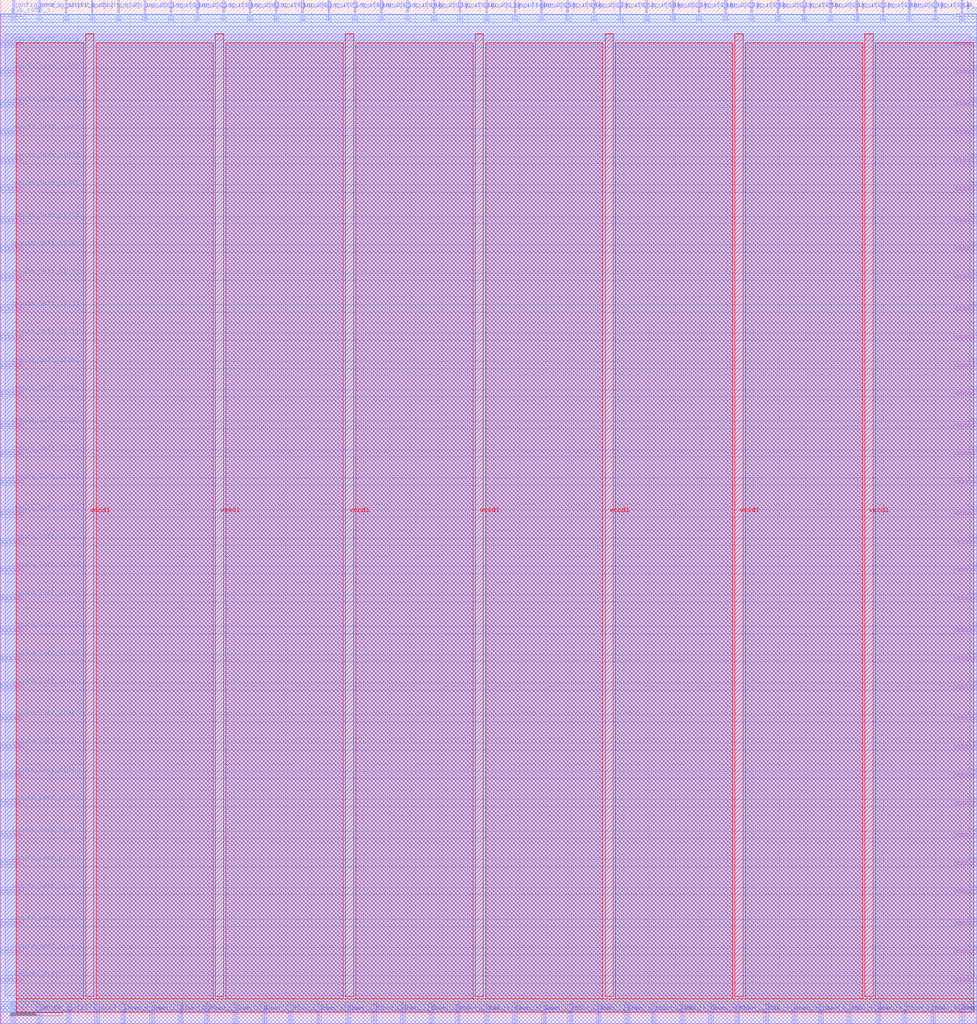
<source format=lef>
VERSION 5.7 ;
  NOWIREEXTENSIONATPIN ON ;
  DIVIDERCHAR "/" ;
  BUSBITCHARS "[]" ;
MACRO fpga_struct_block
  CLASS BLOCK ;
  FOREIGN fpga_struct_block ;
  ORIGIN 0.000 0.000 ;
  SIZE 188.105 BY 197.145 ;
  PIN clk_i
    DIRECTION INPUT ;
    USE SIGNAL ;
    PORT
      LAYER met2 ;
        RECT 185.010 193.145 185.290 197.145 ;
    END
  END clk_i
  PIN config_clk_i
    DIRECTION INPUT ;
    USE SIGNAL ;
    PORT
      LAYER met3 ;
        RECT 184.105 193.840 188.105 194.440 ;
    END
  END config_clk_i
  PIN config_ena_i
    DIRECTION INPUT ;
    USE SIGNAL ;
    PORT
      LAYER met2 ;
        RECT 2.390 193.145 2.670 197.145 ;
    END
  END config_ena_i
  PIN config_shift_i
    DIRECTION INPUT ;
    USE SIGNAL ;
    PORT
      LAYER met2 ;
        RECT 7.450 193.145 7.730 197.145 ;
    END
  END config_shift_i
  PIN config_shift_o
    DIRECTION OUTPUT TRISTATE ;
    USE SIGNAL ;
    PORT
      LAYER met2 ;
        RECT 2.390 0.000 2.670 4.000 ;
    END
  END config_shift_o
  PIN glb_rstn_i
    DIRECTION INPUT ;
    USE SIGNAL ;
    PORT
      LAYER met3 ;
        RECT 0.000 193.840 4.000 194.440 ;
    END
  END glb_rstn_i
  PIN inputs_down_i[0]
    DIRECTION INPUT ;
    USE SIGNAL ;
    PORT
      LAYER met2 ;
        RECT 18.490 0.000 18.770 4.000 ;
    END
  END inputs_down_i[0]
  PIN inputs_down_i[10]
    DIRECTION INPUT ;
    USE SIGNAL ;
    PORT
      LAYER met2 ;
        RECT 71.850 0.000 72.130 4.000 ;
    END
  END inputs_down_i[10]
  PIN inputs_down_i[11]
    DIRECTION INPUT ;
    USE SIGNAL ;
    PORT
      LAYER met2 ;
        RECT 77.370 0.000 77.650 4.000 ;
    END
  END inputs_down_i[11]
  PIN inputs_down_i[12]
    DIRECTION INPUT ;
    USE SIGNAL ;
    PORT
      LAYER met2 ;
        RECT 82.890 0.000 83.170 4.000 ;
    END
  END inputs_down_i[12]
  PIN inputs_down_i[13]
    DIRECTION INPUT ;
    USE SIGNAL ;
    PORT
      LAYER met2 ;
        RECT 87.950 0.000 88.230 4.000 ;
    END
  END inputs_down_i[13]
  PIN inputs_down_i[14]
    DIRECTION INPUT ;
    USE SIGNAL ;
    PORT
      LAYER met2 ;
        RECT 93.470 0.000 93.750 4.000 ;
    END
  END inputs_down_i[14]
  PIN inputs_down_i[15]
    DIRECTION INPUT ;
    USE SIGNAL ;
    PORT
      LAYER met2 ;
        RECT 98.990 0.000 99.270 4.000 ;
    END
  END inputs_down_i[15]
  PIN inputs_down_i[16]
    DIRECTION INPUT ;
    USE SIGNAL ;
    PORT
      LAYER met2 ;
        RECT 104.510 0.000 104.790 4.000 ;
    END
  END inputs_down_i[16]
  PIN inputs_down_i[17]
    DIRECTION INPUT ;
    USE SIGNAL ;
    PORT
      LAYER met2 ;
        RECT 109.570 0.000 109.850 4.000 ;
    END
  END inputs_down_i[17]
  PIN inputs_down_i[18]
    DIRECTION INPUT ;
    USE SIGNAL ;
    PORT
      LAYER met2 ;
        RECT 115.090 0.000 115.370 4.000 ;
    END
  END inputs_down_i[18]
  PIN inputs_down_i[19]
    DIRECTION INPUT ;
    USE SIGNAL ;
    PORT
      LAYER met2 ;
        RECT 120.610 0.000 120.890 4.000 ;
    END
  END inputs_down_i[19]
  PIN inputs_down_i[1]
    DIRECTION INPUT ;
    USE SIGNAL ;
    PORT
      LAYER met2 ;
        RECT 23.550 0.000 23.830 4.000 ;
    END
  END inputs_down_i[1]
  PIN inputs_down_i[20]
    DIRECTION INPUT ;
    USE SIGNAL ;
    PORT
      LAYER met2 ;
        RECT 125.670 0.000 125.950 4.000 ;
    END
  END inputs_down_i[20]
  PIN inputs_down_i[21]
    DIRECTION INPUT ;
    USE SIGNAL ;
    PORT
      LAYER met2 ;
        RECT 131.190 0.000 131.470 4.000 ;
    END
  END inputs_down_i[21]
  PIN inputs_down_i[22]
    DIRECTION INPUT ;
    USE SIGNAL ;
    PORT
      LAYER met2 ;
        RECT 136.710 0.000 136.990 4.000 ;
    END
  END inputs_down_i[22]
  PIN inputs_down_i[23]
    DIRECTION INPUT ;
    USE SIGNAL ;
    PORT
      LAYER met2 ;
        RECT 141.770 0.000 142.050 4.000 ;
    END
  END inputs_down_i[23]
  PIN inputs_down_i[24]
    DIRECTION INPUT ;
    USE SIGNAL ;
    PORT
      LAYER met2 ;
        RECT 147.290 0.000 147.570 4.000 ;
    END
  END inputs_down_i[24]
  PIN inputs_down_i[25]
    DIRECTION INPUT ;
    USE SIGNAL ;
    PORT
      LAYER met2 ;
        RECT 152.810 0.000 153.090 4.000 ;
    END
  END inputs_down_i[25]
  PIN inputs_down_i[26]
    DIRECTION INPUT ;
    USE SIGNAL ;
    PORT
      LAYER met2 ;
        RECT 157.870 0.000 158.150 4.000 ;
    END
  END inputs_down_i[26]
  PIN inputs_down_i[27]
    DIRECTION INPUT ;
    USE SIGNAL ;
    PORT
      LAYER met2 ;
        RECT 163.390 0.000 163.670 4.000 ;
    END
  END inputs_down_i[27]
  PIN inputs_down_i[28]
    DIRECTION INPUT ;
    USE SIGNAL ;
    PORT
      LAYER met2 ;
        RECT 168.910 0.000 169.190 4.000 ;
    END
  END inputs_down_i[28]
  PIN inputs_down_i[29]
    DIRECTION INPUT ;
    USE SIGNAL ;
    PORT
      LAYER met2 ;
        RECT 173.970 0.000 174.250 4.000 ;
    END
  END inputs_down_i[29]
  PIN inputs_down_i[2]
    DIRECTION INPUT ;
    USE SIGNAL ;
    PORT
      LAYER met2 ;
        RECT 29.070 0.000 29.350 4.000 ;
    END
  END inputs_down_i[2]
  PIN inputs_down_i[30]
    DIRECTION INPUT ;
    USE SIGNAL ;
    PORT
      LAYER met2 ;
        RECT 179.490 0.000 179.770 4.000 ;
    END
  END inputs_down_i[30]
  PIN inputs_down_i[31]
    DIRECTION INPUT ;
    USE SIGNAL ;
    PORT
      LAYER met2 ;
        RECT 185.010 0.000 185.290 4.000 ;
    END
  END inputs_down_i[31]
  PIN inputs_down_i[3]
    DIRECTION INPUT ;
    USE SIGNAL ;
    PORT
      LAYER met2 ;
        RECT 34.590 0.000 34.870 4.000 ;
    END
  END inputs_down_i[3]
  PIN inputs_down_i[4]
    DIRECTION INPUT ;
    USE SIGNAL ;
    PORT
      LAYER met2 ;
        RECT 39.650 0.000 39.930 4.000 ;
    END
  END inputs_down_i[4]
  PIN inputs_down_i[5]
    DIRECTION INPUT ;
    USE SIGNAL ;
    PORT
      LAYER met2 ;
        RECT 45.170 0.000 45.450 4.000 ;
    END
  END inputs_down_i[5]
  PIN inputs_down_i[6]
    DIRECTION INPUT ;
    USE SIGNAL ;
    PORT
      LAYER met2 ;
        RECT 50.690 0.000 50.970 4.000 ;
    END
  END inputs_down_i[6]
  PIN inputs_down_i[7]
    DIRECTION INPUT ;
    USE SIGNAL ;
    PORT
      LAYER met2 ;
        RECT 55.750 0.000 56.030 4.000 ;
    END
  END inputs_down_i[7]
  PIN inputs_down_i[8]
    DIRECTION INPUT ;
    USE SIGNAL ;
    PORT
      LAYER met2 ;
        RECT 61.270 0.000 61.550 4.000 ;
    END
  END inputs_down_i[8]
  PIN inputs_down_i[9]
    DIRECTION INPUT ;
    USE SIGNAL ;
    PORT
      LAYER met2 ;
        RECT 66.790 0.000 67.070 4.000 ;
    END
  END inputs_down_i[9]
  PIN inputs_left_i[0]
    DIRECTION INPUT ;
    USE SIGNAL ;
    PORT
      LAYER met3 ;
        RECT 0.000 13.640 4.000 14.240 ;
    END
  END inputs_left_i[0]
  PIN inputs_left_i[10]
    DIRECTION INPUT ;
    USE SIGNAL ;
    PORT
      LAYER met3 ;
        RECT 0.000 70.080 4.000 70.680 ;
    END
  END inputs_left_i[10]
  PIN inputs_left_i[11]
    DIRECTION INPUT ;
    USE SIGNAL ;
    PORT
      LAYER met3 ;
        RECT 0.000 75.520 4.000 76.120 ;
    END
  END inputs_left_i[11]
  PIN inputs_left_i[12]
    DIRECTION INPUT ;
    USE SIGNAL ;
    PORT
      LAYER met3 ;
        RECT 0.000 81.640 4.000 82.240 ;
    END
  END inputs_left_i[12]
  PIN inputs_left_i[13]
    DIRECTION INPUT ;
    USE SIGNAL ;
    PORT
      LAYER met3 ;
        RECT 0.000 87.080 4.000 87.680 ;
    END
  END inputs_left_i[13]
  PIN inputs_left_i[14]
    DIRECTION INPUT ;
    USE SIGNAL ;
    PORT
      LAYER met3 ;
        RECT 0.000 92.520 4.000 93.120 ;
    END
  END inputs_left_i[14]
  PIN inputs_left_i[15]
    DIRECTION INPUT ;
    USE SIGNAL ;
    PORT
      LAYER met3 ;
        RECT 0.000 97.960 4.000 98.560 ;
    END
  END inputs_left_i[15]
  PIN inputs_left_i[16]
    DIRECTION INPUT ;
    USE SIGNAL ;
    PORT
      LAYER met3 ;
        RECT 0.000 104.080 4.000 104.680 ;
    END
  END inputs_left_i[16]
  PIN inputs_left_i[17]
    DIRECTION INPUT ;
    USE SIGNAL ;
    PORT
      LAYER met3 ;
        RECT 0.000 109.520 4.000 110.120 ;
    END
  END inputs_left_i[17]
  PIN inputs_left_i[18]
    DIRECTION INPUT ;
    USE SIGNAL ;
    PORT
      LAYER met3 ;
        RECT 0.000 114.960 4.000 115.560 ;
    END
  END inputs_left_i[18]
  PIN inputs_left_i[19]
    DIRECTION INPUT ;
    USE SIGNAL ;
    PORT
      LAYER met3 ;
        RECT 0.000 121.080 4.000 121.680 ;
    END
  END inputs_left_i[19]
  PIN inputs_left_i[1]
    DIRECTION INPUT ;
    USE SIGNAL ;
    PORT
      LAYER met3 ;
        RECT 0.000 19.080 4.000 19.680 ;
    END
  END inputs_left_i[1]
  PIN inputs_left_i[20]
    DIRECTION INPUT ;
    USE SIGNAL ;
    PORT
      LAYER met3 ;
        RECT 0.000 126.520 4.000 127.120 ;
    END
  END inputs_left_i[20]
  PIN inputs_left_i[21]
    DIRECTION INPUT ;
    USE SIGNAL ;
    PORT
      LAYER met3 ;
        RECT 0.000 131.960 4.000 132.560 ;
    END
  END inputs_left_i[21]
  PIN inputs_left_i[22]
    DIRECTION INPUT ;
    USE SIGNAL ;
    PORT
      LAYER met3 ;
        RECT 0.000 137.400 4.000 138.000 ;
    END
  END inputs_left_i[22]
  PIN inputs_left_i[23]
    DIRECTION INPUT ;
    USE SIGNAL ;
    PORT
      LAYER met3 ;
        RECT 0.000 143.520 4.000 144.120 ;
    END
  END inputs_left_i[23]
  PIN inputs_left_i[24]
    DIRECTION INPUT ;
    USE SIGNAL ;
    PORT
      LAYER met3 ;
        RECT 0.000 148.960 4.000 149.560 ;
    END
  END inputs_left_i[24]
  PIN inputs_left_i[25]
    DIRECTION INPUT ;
    USE SIGNAL ;
    PORT
      LAYER met3 ;
        RECT 0.000 154.400 4.000 155.000 ;
    END
  END inputs_left_i[25]
  PIN inputs_left_i[26]
    DIRECTION INPUT ;
    USE SIGNAL ;
    PORT
      LAYER met3 ;
        RECT 0.000 160.520 4.000 161.120 ;
    END
  END inputs_left_i[26]
  PIN inputs_left_i[27]
    DIRECTION INPUT ;
    USE SIGNAL ;
    PORT
      LAYER met3 ;
        RECT 0.000 165.960 4.000 166.560 ;
    END
  END inputs_left_i[27]
  PIN inputs_left_i[28]
    DIRECTION INPUT ;
    USE SIGNAL ;
    PORT
      LAYER met3 ;
        RECT 0.000 171.400 4.000 172.000 ;
    END
  END inputs_left_i[28]
  PIN inputs_left_i[29]
    DIRECTION INPUT ;
    USE SIGNAL ;
    PORT
      LAYER met3 ;
        RECT 0.000 176.840 4.000 177.440 ;
    END
  END inputs_left_i[29]
  PIN inputs_left_i[2]
    DIRECTION INPUT ;
    USE SIGNAL ;
    PORT
      LAYER met3 ;
        RECT 0.000 25.200 4.000 25.800 ;
    END
  END inputs_left_i[2]
  PIN inputs_left_i[30]
    DIRECTION INPUT ;
    USE SIGNAL ;
    PORT
      LAYER met3 ;
        RECT 0.000 182.960 4.000 183.560 ;
    END
  END inputs_left_i[30]
  PIN inputs_left_i[31]
    DIRECTION INPUT ;
    USE SIGNAL ;
    PORT
      LAYER met3 ;
        RECT 0.000 188.400 4.000 189.000 ;
    END
  END inputs_left_i[31]
  PIN inputs_left_i[3]
    DIRECTION INPUT ;
    USE SIGNAL ;
    PORT
      LAYER met3 ;
        RECT 0.000 30.640 4.000 31.240 ;
    END
  END inputs_left_i[3]
  PIN inputs_left_i[4]
    DIRECTION INPUT ;
    USE SIGNAL ;
    PORT
      LAYER met3 ;
        RECT 0.000 36.080 4.000 36.680 ;
    END
  END inputs_left_i[4]
  PIN inputs_left_i[5]
    DIRECTION INPUT ;
    USE SIGNAL ;
    PORT
      LAYER met3 ;
        RECT 0.000 42.200 4.000 42.800 ;
    END
  END inputs_left_i[5]
  PIN inputs_left_i[6]
    DIRECTION INPUT ;
    USE SIGNAL ;
    PORT
      LAYER met3 ;
        RECT 0.000 47.640 4.000 48.240 ;
    END
  END inputs_left_i[6]
  PIN inputs_left_i[7]
    DIRECTION INPUT ;
    USE SIGNAL ;
    PORT
      LAYER met3 ;
        RECT 0.000 53.080 4.000 53.680 ;
    END
  END inputs_left_i[7]
  PIN inputs_left_i[8]
    DIRECTION INPUT ;
    USE SIGNAL ;
    PORT
      LAYER met3 ;
        RECT 0.000 58.520 4.000 59.120 ;
    END
  END inputs_left_i[8]
  PIN inputs_left_i[9]
    DIRECTION INPUT ;
    USE SIGNAL ;
    PORT
      LAYER met3 ;
        RECT 0.000 64.640 4.000 65.240 ;
    END
  END inputs_left_i[9]
  PIN inputs_right_i[0]
    DIRECTION INPUT ;
    USE SIGNAL ;
    PORT
      LAYER met3 ;
        RECT 184.105 13.640 188.105 14.240 ;
    END
  END inputs_right_i[0]
  PIN inputs_right_i[10]
    DIRECTION INPUT ;
    USE SIGNAL ;
    PORT
      LAYER met3 ;
        RECT 184.105 70.080 188.105 70.680 ;
    END
  END inputs_right_i[10]
  PIN inputs_right_i[11]
    DIRECTION INPUT ;
    USE SIGNAL ;
    PORT
      LAYER met3 ;
        RECT 184.105 75.520 188.105 76.120 ;
    END
  END inputs_right_i[11]
  PIN inputs_right_i[12]
    DIRECTION INPUT ;
    USE SIGNAL ;
    PORT
      LAYER met3 ;
        RECT 184.105 81.640 188.105 82.240 ;
    END
  END inputs_right_i[12]
  PIN inputs_right_i[13]
    DIRECTION INPUT ;
    USE SIGNAL ;
    PORT
      LAYER met3 ;
        RECT 184.105 87.080 188.105 87.680 ;
    END
  END inputs_right_i[13]
  PIN inputs_right_i[14]
    DIRECTION INPUT ;
    USE SIGNAL ;
    PORT
      LAYER met3 ;
        RECT 184.105 92.520 188.105 93.120 ;
    END
  END inputs_right_i[14]
  PIN inputs_right_i[15]
    DIRECTION INPUT ;
    USE SIGNAL ;
    PORT
      LAYER met3 ;
        RECT 184.105 97.960 188.105 98.560 ;
    END
  END inputs_right_i[15]
  PIN inputs_right_i[16]
    DIRECTION INPUT ;
    USE SIGNAL ;
    PORT
      LAYER met3 ;
        RECT 184.105 104.080 188.105 104.680 ;
    END
  END inputs_right_i[16]
  PIN inputs_right_i[17]
    DIRECTION INPUT ;
    USE SIGNAL ;
    PORT
      LAYER met3 ;
        RECT 184.105 109.520 188.105 110.120 ;
    END
  END inputs_right_i[17]
  PIN inputs_right_i[18]
    DIRECTION INPUT ;
    USE SIGNAL ;
    PORT
      LAYER met3 ;
        RECT 184.105 114.960 188.105 115.560 ;
    END
  END inputs_right_i[18]
  PIN inputs_right_i[19]
    DIRECTION INPUT ;
    USE SIGNAL ;
    PORT
      LAYER met3 ;
        RECT 184.105 121.080 188.105 121.680 ;
    END
  END inputs_right_i[19]
  PIN inputs_right_i[1]
    DIRECTION INPUT ;
    USE SIGNAL ;
    PORT
      LAYER met3 ;
        RECT 184.105 19.080 188.105 19.680 ;
    END
  END inputs_right_i[1]
  PIN inputs_right_i[20]
    DIRECTION INPUT ;
    USE SIGNAL ;
    PORT
      LAYER met3 ;
        RECT 184.105 126.520 188.105 127.120 ;
    END
  END inputs_right_i[20]
  PIN inputs_right_i[21]
    DIRECTION INPUT ;
    USE SIGNAL ;
    PORT
      LAYER met3 ;
        RECT 184.105 131.960 188.105 132.560 ;
    END
  END inputs_right_i[21]
  PIN inputs_right_i[22]
    DIRECTION INPUT ;
    USE SIGNAL ;
    PORT
      LAYER met3 ;
        RECT 184.105 137.400 188.105 138.000 ;
    END
  END inputs_right_i[22]
  PIN inputs_right_i[23]
    DIRECTION INPUT ;
    USE SIGNAL ;
    PORT
      LAYER met3 ;
        RECT 184.105 143.520 188.105 144.120 ;
    END
  END inputs_right_i[23]
  PIN inputs_right_i[24]
    DIRECTION INPUT ;
    USE SIGNAL ;
    PORT
      LAYER met3 ;
        RECT 184.105 148.960 188.105 149.560 ;
    END
  END inputs_right_i[24]
  PIN inputs_right_i[25]
    DIRECTION INPUT ;
    USE SIGNAL ;
    PORT
      LAYER met3 ;
        RECT 184.105 154.400 188.105 155.000 ;
    END
  END inputs_right_i[25]
  PIN inputs_right_i[26]
    DIRECTION INPUT ;
    USE SIGNAL ;
    PORT
      LAYER met3 ;
        RECT 184.105 160.520 188.105 161.120 ;
    END
  END inputs_right_i[26]
  PIN inputs_right_i[27]
    DIRECTION INPUT ;
    USE SIGNAL ;
    PORT
      LAYER met3 ;
        RECT 184.105 165.960 188.105 166.560 ;
    END
  END inputs_right_i[27]
  PIN inputs_right_i[28]
    DIRECTION INPUT ;
    USE SIGNAL ;
    PORT
      LAYER met3 ;
        RECT 184.105 171.400 188.105 172.000 ;
    END
  END inputs_right_i[28]
  PIN inputs_right_i[29]
    DIRECTION INPUT ;
    USE SIGNAL ;
    PORT
      LAYER met3 ;
        RECT 184.105 176.840 188.105 177.440 ;
    END
  END inputs_right_i[29]
  PIN inputs_right_i[2]
    DIRECTION INPUT ;
    USE SIGNAL ;
    PORT
      LAYER met3 ;
        RECT 184.105 25.200 188.105 25.800 ;
    END
  END inputs_right_i[2]
  PIN inputs_right_i[30]
    DIRECTION INPUT ;
    USE SIGNAL ;
    PORT
      LAYER met3 ;
        RECT 184.105 182.960 188.105 183.560 ;
    END
  END inputs_right_i[30]
  PIN inputs_right_i[31]
    DIRECTION INPUT ;
    USE SIGNAL ;
    PORT
      LAYER met3 ;
        RECT 184.105 188.400 188.105 189.000 ;
    END
  END inputs_right_i[31]
  PIN inputs_right_i[3]
    DIRECTION INPUT ;
    USE SIGNAL ;
    PORT
      LAYER met3 ;
        RECT 184.105 30.640 188.105 31.240 ;
    END
  END inputs_right_i[3]
  PIN inputs_right_i[4]
    DIRECTION INPUT ;
    USE SIGNAL ;
    PORT
      LAYER met3 ;
        RECT 184.105 36.080 188.105 36.680 ;
    END
  END inputs_right_i[4]
  PIN inputs_right_i[5]
    DIRECTION INPUT ;
    USE SIGNAL ;
    PORT
      LAYER met3 ;
        RECT 184.105 42.200 188.105 42.800 ;
    END
  END inputs_right_i[5]
  PIN inputs_right_i[6]
    DIRECTION INPUT ;
    USE SIGNAL ;
    PORT
      LAYER met3 ;
        RECT 184.105 47.640 188.105 48.240 ;
    END
  END inputs_right_i[6]
  PIN inputs_right_i[7]
    DIRECTION INPUT ;
    USE SIGNAL ;
    PORT
      LAYER met3 ;
        RECT 184.105 53.080 188.105 53.680 ;
    END
  END inputs_right_i[7]
  PIN inputs_right_i[8]
    DIRECTION INPUT ;
    USE SIGNAL ;
    PORT
      LAYER met3 ;
        RECT 184.105 58.520 188.105 59.120 ;
    END
  END inputs_right_i[8]
  PIN inputs_right_i[9]
    DIRECTION INPUT ;
    USE SIGNAL ;
    PORT
      LAYER met3 ;
        RECT 184.105 64.640 188.105 65.240 ;
    END
  END inputs_right_i[9]
  PIN inputs_up_i[0]
    DIRECTION INPUT ;
    USE SIGNAL ;
    PORT
      LAYER met2 ;
        RECT 22.630 193.145 22.910 197.145 ;
    END
  END inputs_up_i[0]
  PIN inputs_up_i[10]
    DIRECTION INPUT ;
    USE SIGNAL ;
    PORT
      LAYER met2 ;
        RECT 73.230 193.145 73.510 197.145 ;
    END
  END inputs_up_i[10]
  PIN inputs_up_i[11]
    DIRECTION INPUT ;
    USE SIGNAL ;
    PORT
      LAYER met2 ;
        RECT 78.290 193.145 78.570 197.145 ;
    END
  END inputs_up_i[11]
  PIN inputs_up_i[12]
    DIRECTION INPUT ;
    USE SIGNAL ;
    PORT
      LAYER met2 ;
        RECT 83.350 193.145 83.630 197.145 ;
    END
  END inputs_up_i[12]
  PIN inputs_up_i[13]
    DIRECTION INPUT ;
    USE SIGNAL ;
    PORT
      LAYER met2 ;
        RECT 88.410 193.145 88.690 197.145 ;
    END
  END inputs_up_i[13]
  PIN inputs_up_i[14]
    DIRECTION INPUT ;
    USE SIGNAL ;
    PORT
      LAYER met2 ;
        RECT 93.470 193.145 93.750 197.145 ;
    END
  END inputs_up_i[14]
  PIN inputs_up_i[15]
    DIRECTION INPUT ;
    USE SIGNAL ;
    PORT
      LAYER met2 ;
        RECT 98.990 193.145 99.270 197.145 ;
    END
  END inputs_up_i[15]
  PIN inputs_up_i[16]
    DIRECTION INPUT ;
    USE SIGNAL ;
    PORT
      LAYER met2 ;
        RECT 104.050 193.145 104.330 197.145 ;
    END
  END inputs_up_i[16]
  PIN inputs_up_i[17]
    DIRECTION INPUT ;
    USE SIGNAL ;
    PORT
      LAYER met2 ;
        RECT 109.110 193.145 109.390 197.145 ;
    END
  END inputs_up_i[17]
  PIN inputs_up_i[18]
    DIRECTION INPUT ;
    USE SIGNAL ;
    PORT
      LAYER met2 ;
        RECT 114.170 193.145 114.450 197.145 ;
    END
  END inputs_up_i[18]
  PIN inputs_up_i[19]
    DIRECTION INPUT ;
    USE SIGNAL ;
    PORT
      LAYER met2 ;
        RECT 119.230 193.145 119.510 197.145 ;
    END
  END inputs_up_i[19]
  PIN inputs_up_i[1]
    DIRECTION INPUT ;
    USE SIGNAL ;
    PORT
      LAYER met2 ;
        RECT 27.690 193.145 27.970 197.145 ;
    END
  END inputs_up_i[1]
  PIN inputs_up_i[20]
    DIRECTION INPUT ;
    USE SIGNAL ;
    PORT
      LAYER met2 ;
        RECT 124.290 193.145 124.570 197.145 ;
    END
  END inputs_up_i[20]
  PIN inputs_up_i[21]
    DIRECTION INPUT ;
    USE SIGNAL ;
    PORT
      LAYER met2 ;
        RECT 129.350 193.145 129.630 197.145 ;
    END
  END inputs_up_i[21]
  PIN inputs_up_i[22]
    DIRECTION INPUT ;
    USE SIGNAL ;
    PORT
      LAYER met2 ;
        RECT 134.410 193.145 134.690 197.145 ;
    END
  END inputs_up_i[22]
  PIN inputs_up_i[23]
    DIRECTION INPUT ;
    USE SIGNAL ;
    PORT
      LAYER met2 ;
        RECT 139.470 193.145 139.750 197.145 ;
    END
  END inputs_up_i[23]
  PIN inputs_up_i[24]
    DIRECTION INPUT ;
    USE SIGNAL ;
    PORT
      LAYER met2 ;
        RECT 144.530 193.145 144.810 197.145 ;
    END
  END inputs_up_i[24]
  PIN inputs_up_i[25]
    DIRECTION INPUT ;
    USE SIGNAL ;
    PORT
      LAYER met2 ;
        RECT 149.590 193.145 149.870 197.145 ;
    END
  END inputs_up_i[25]
  PIN inputs_up_i[26]
    DIRECTION INPUT ;
    USE SIGNAL ;
    PORT
      LAYER met2 ;
        RECT 154.650 193.145 154.930 197.145 ;
    END
  END inputs_up_i[26]
  PIN inputs_up_i[27]
    DIRECTION INPUT ;
    USE SIGNAL ;
    PORT
      LAYER met2 ;
        RECT 159.710 193.145 159.990 197.145 ;
    END
  END inputs_up_i[27]
  PIN inputs_up_i[28]
    DIRECTION INPUT ;
    USE SIGNAL ;
    PORT
      LAYER met2 ;
        RECT 164.770 193.145 165.050 197.145 ;
    END
  END inputs_up_i[28]
  PIN inputs_up_i[29]
    DIRECTION INPUT ;
    USE SIGNAL ;
    PORT
      LAYER met2 ;
        RECT 169.830 193.145 170.110 197.145 ;
    END
  END inputs_up_i[29]
  PIN inputs_up_i[2]
    DIRECTION INPUT ;
    USE SIGNAL ;
    PORT
      LAYER met2 ;
        RECT 32.750 193.145 33.030 197.145 ;
    END
  END inputs_up_i[2]
  PIN inputs_up_i[30]
    DIRECTION INPUT ;
    USE SIGNAL ;
    PORT
      LAYER met2 ;
        RECT 174.890 193.145 175.170 197.145 ;
    END
  END inputs_up_i[30]
  PIN inputs_up_i[31]
    DIRECTION INPUT ;
    USE SIGNAL ;
    PORT
      LAYER met2 ;
        RECT 179.950 193.145 180.230 197.145 ;
    END
  END inputs_up_i[31]
  PIN inputs_up_i[3]
    DIRECTION INPUT ;
    USE SIGNAL ;
    PORT
      LAYER met2 ;
        RECT 37.810 193.145 38.090 197.145 ;
    END
  END inputs_up_i[3]
  PIN inputs_up_i[4]
    DIRECTION INPUT ;
    USE SIGNAL ;
    PORT
      LAYER met2 ;
        RECT 42.870 193.145 43.150 197.145 ;
    END
  END inputs_up_i[4]
  PIN inputs_up_i[5]
    DIRECTION INPUT ;
    USE SIGNAL ;
    PORT
      LAYER met2 ;
        RECT 47.930 193.145 48.210 197.145 ;
    END
  END inputs_up_i[5]
  PIN inputs_up_i[6]
    DIRECTION INPUT ;
    USE SIGNAL ;
    PORT
      LAYER met2 ;
        RECT 52.990 193.145 53.270 197.145 ;
    END
  END inputs_up_i[6]
  PIN inputs_up_i[7]
    DIRECTION INPUT ;
    USE SIGNAL ;
    PORT
      LAYER met2 ;
        RECT 58.050 193.145 58.330 197.145 ;
    END
  END inputs_up_i[7]
  PIN inputs_up_i[8]
    DIRECTION INPUT ;
    USE SIGNAL ;
    PORT
      LAYER met2 ;
        RECT 63.110 193.145 63.390 197.145 ;
    END
  END inputs_up_i[8]
  PIN inputs_up_i[9]
    DIRECTION INPUT ;
    USE SIGNAL ;
    PORT
      LAYER met2 ;
        RECT 68.170 193.145 68.450 197.145 ;
    END
  END inputs_up_i[9]
  PIN outputs_o[0]
    DIRECTION OUTPUT TRISTATE ;
    USE SIGNAL ;
    PORT
      LAYER met2 ;
        RECT 12.510 193.145 12.790 197.145 ;
    END
  END outputs_o[0]
  PIN outputs_o[1]
    DIRECTION OUTPUT TRISTATE ;
    USE SIGNAL ;
    PORT
      LAYER met3 ;
        RECT 184.105 2.760 188.105 3.360 ;
    END
  END outputs_o[1]
  PIN outputs_o[2]
    DIRECTION OUTPUT TRISTATE ;
    USE SIGNAL ;
    PORT
      LAYER met2 ;
        RECT 7.450 0.000 7.730 4.000 ;
    END
  END outputs_o[2]
  PIN outputs_o[3]
    DIRECTION OUTPUT TRISTATE ;
    USE SIGNAL ;
    PORT
      LAYER met3 ;
        RECT 0.000 2.760 4.000 3.360 ;
    END
  END outputs_o[3]
  PIN outputs_o[4]
    DIRECTION OUTPUT TRISTATE ;
    USE SIGNAL ;
    PORT
      LAYER met2 ;
        RECT 17.570 193.145 17.850 197.145 ;
    END
  END outputs_o[4]
  PIN outputs_o[5]
    DIRECTION OUTPUT TRISTATE ;
    USE SIGNAL ;
    PORT
      LAYER met3 ;
        RECT 184.105 8.200 188.105 8.800 ;
    END
  END outputs_o[5]
  PIN outputs_o[6]
    DIRECTION OUTPUT TRISTATE ;
    USE SIGNAL ;
    PORT
      LAYER met2 ;
        RECT 12.970 0.000 13.250 4.000 ;
    END
  END outputs_o[6]
  PIN outputs_o[7]
    DIRECTION OUTPUT TRISTATE ;
    USE SIGNAL ;
    PORT
      LAYER met3 ;
        RECT 0.000 8.200 4.000 8.800 ;
    END
  END outputs_o[7]
  PIN vccd1
    DIRECTION INPUT ;
    USE POWER ;
    PORT
      LAYER met4 ;
        RECT 16.440 5.200 18.040 190.640 ;
    END
    PORT
      LAYER met4 ;
        RECT 66.440 5.200 68.040 190.640 ;
    END
    PORT
      LAYER met4 ;
        RECT 116.440 5.200 118.040 190.640 ;
    END
    PORT
      LAYER met4 ;
        RECT 166.440 5.200 168.040 190.640 ;
    END
  END vccd1
  PIN vssd1
    DIRECTION INPUT ;
    USE GROUND ;
    PORT
      LAYER met4 ;
        RECT 41.440 5.200 43.040 190.640 ;
    END
    PORT
      LAYER met4 ;
        RECT 91.440 5.200 93.040 190.640 ;
    END
    PORT
      LAYER met4 ;
        RECT 141.440 5.200 143.040 190.640 ;
    END
  END vssd1
  OBS
      LAYER li1 ;
        RECT 0.920 5.355 186.760 190.485 ;
      LAYER met1 ;
        RECT 0.070 0.040 188.070 192.060 ;
      LAYER met2 ;
        RECT 0.090 192.865 2.110 194.325 ;
        RECT 2.950 192.865 7.170 194.325 ;
        RECT 8.010 192.865 12.230 194.325 ;
        RECT 13.070 192.865 17.290 194.325 ;
        RECT 18.130 192.865 22.350 194.325 ;
        RECT 23.190 192.865 27.410 194.325 ;
        RECT 28.250 192.865 32.470 194.325 ;
        RECT 33.310 192.865 37.530 194.325 ;
        RECT 38.370 192.865 42.590 194.325 ;
        RECT 43.430 192.865 47.650 194.325 ;
        RECT 48.490 192.865 52.710 194.325 ;
        RECT 53.550 192.865 57.770 194.325 ;
        RECT 58.610 192.865 62.830 194.325 ;
        RECT 63.670 192.865 67.890 194.325 ;
        RECT 68.730 192.865 72.950 194.325 ;
        RECT 73.790 192.865 78.010 194.325 ;
        RECT 78.850 192.865 83.070 194.325 ;
        RECT 83.910 192.865 88.130 194.325 ;
        RECT 88.970 192.865 93.190 194.325 ;
        RECT 94.030 192.865 98.710 194.325 ;
        RECT 99.550 192.865 103.770 194.325 ;
        RECT 104.610 192.865 108.830 194.325 ;
        RECT 109.670 192.865 113.890 194.325 ;
        RECT 114.730 192.865 118.950 194.325 ;
        RECT 119.790 192.865 124.010 194.325 ;
        RECT 124.850 192.865 129.070 194.325 ;
        RECT 129.910 192.865 134.130 194.325 ;
        RECT 134.970 192.865 139.190 194.325 ;
        RECT 140.030 192.865 144.250 194.325 ;
        RECT 145.090 192.865 149.310 194.325 ;
        RECT 150.150 192.865 154.370 194.325 ;
        RECT 155.210 192.865 159.430 194.325 ;
        RECT 160.270 192.865 164.490 194.325 ;
        RECT 165.330 192.865 169.550 194.325 ;
        RECT 170.390 192.865 174.610 194.325 ;
        RECT 175.450 192.865 179.670 194.325 ;
        RECT 180.510 192.865 184.730 194.325 ;
        RECT 185.570 192.865 188.050 194.325 ;
        RECT 0.090 4.280 188.050 192.865 ;
        RECT 0.090 0.010 2.110 4.280 ;
        RECT 2.950 0.010 7.170 4.280 ;
        RECT 8.010 0.010 12.690 4.280 ;
        RECT 13.530 0.010 18.210 4.280 ;
        RECT 19.050 0.010 23.270 4.280 ;
        RECT 24.110 0.010 28.790 4.280 ;
        RECT 29.630 0.010 34.310 4.280 ;
        RECT 35.150 0.010 39.370 4.280 ;
        RECT 40.210 0.010 44.890 4.280 ;
        RECT 45.730 0.010 50.410 4.280 ;
        RECT 51.250 0.010 55.470 4.280 ;
        RECT 56.310 0.010 60.990 4.280 ;
        RECT 61.830 0.010 66.510 4.280 ;
        RECT 67.350 0.010 71.570 4.280 ;
        RECT 72.410 0.010 77.090 4.280 ;
        RECT 77.930 0.010 82.610 4.280 ;
        RECT 83.450 0.010 87.670 4.280 ;
        RECT 88.510 0.010 93.190 4.280 ;
        RECT 94.030 0.010 98.710 4.280 ;
        RECT 99.550 0.010 104.230 4.280 ;
        RECT 105.070 0.010 109.290 4.280 ;
        RECT 110.130 0.010 114.810 4.280 ;
        RECT 115.650 0.010 120.330 4.280 ;
        RECT 121.170 0.010 125.390 4.280 ;
        RECT 126.230 0.010 130.910 4.280 ;
        RECT 131.750 0.010 136.430 4.280 ;
        RECT 137.270 0.010 141.490 4.280 ;
        RECT 142.330 0.010 147.010 4.280 ;
        RECT 147.850 0.010 152.530 4.280 ;
        RECT 153.370 0.010 157.590 4.280 ;
        RECT 158.430 0.010 163.110 4.280 ;
        RECT 163.950 0.010 168.630 4.280 ;
        RECT 169.470 0.010 173.690 4.280 ;
        RECT 174.530 0.010 179.210 4.280 ;
        RECT 180.050 0.010 184.730 4.280 ;
        RECT 185.570 0.010 188.050 4.280 ;
      LAYER met3 ;
        RECT 4.400 193.440 183.705 194.305 ;
        RECT 0.065 189.400 188.075 193.440 ;
        RECT 4.400 188.000 183.705 189.400 ;
        RECT 0.065 183.960 188.075 188.000 ;
        RECT 4.400 182.560 183.705 183.960 ;
        RECT 0.065 177.840 188.075 182.560 ;
        RECT 4.400 176.440 183.705 177.840 ;
        RECT 0.065 172.400 188.075 176.440 ;
        RECT 4.400 171.000 183.705 172.400 ;
        RECT 0.065 166.960 188.075 171.000 ;
        RECT 4.400 165.560 183.705 166.960 ;
        RECT 0.065 161.520 188.075 165.560 ;
        RECT 4.400 160.120 183.705 161.520 ;
        RECT 0.065 155.400 188.075 160.120 ;
        RECT 4.400 154.000 183.705 155.400 ;
        RECT 0.065 149.960 188.075 154.000 ;
        RECT 4.400 148.560 183.705 149.960 ;
        RECT 0.065 144.520 188.075 148.560 ;
        RECT 4.400 143.120 183.705 144.520 ;
        RECT 0.065 138.400 188.075 143.120 ;
        RECT 4.400 137.000 183.705 138.400 ;
        RECT 0.065 132.960 188.075 137.000 ;
        RECT 4.400 131.560 183.705 132.960 ;
        RECT 0.065 127.520 188.075 131.560 ;
        RECT 4.400 126.120 183.705 127.520 ;
        RECT 0.065 122.080 188.075 126.120 ;
        RECT 4.400 120.680 183.705 122.080 ;
        RECT 0.065 115.960 188.075 120.680 ;
        RECT 4.400 114.560 183.705 115.960 ;
        RECT 0.065 110.520 188.075 114.560 ;
        RECT 4.400 109.120 183.705 110.520 ;
        RECT 0.065 105.080 188.075 109.120 ;
        RECT 4.400 103.680 183.705 105.080 ;
        RECT 0.065 98.960 188.075 103.680 ;
        RECT 4.400 97.560 183.705 98.960 ;
        RECT 0.065 93.520 188.075 97.560 ;
        RECT 4.400 92.120 183.705 93.520 ;
        RECT 0.065 88.080 188.075 92.120 ;
        RECT 4.400 86.680 183.705 88.080 ;
        RECT 0.065 82.640 188.075 86.680 ;
        RECT 4.400 81.240 183.705 82.640 ;
        RECT 0.065 76.520 188.075 81.240 ;
        RECT 4.400 75.120 183.705 76.520 ;
        RECT 0.065 71.080 188.075 75.120 ;
        RECT 4.400 69.680 183.705 71.080 ;
        RECT 0.065 65.640 188.075 69.680 ;
        RECT 4.400 64.240 183.705 65.640 ;
        RECT 0.065 59.520 188.075 64.240 ;
        RECT 4.400 58.120 183.705 59.520 ;
        RECT 0.065 54.080 188.075 58.120 ;
        RECT 4.400 52.680 183.705 54.080 ;
        RECT 0.065 48.640 188.075 52.680 ;
        RECT 4.400 47.240 183.705 48.640 ;
        RECT 0.065 43.200 188.075 47.240 ;
        RECT 4.400 41.800 183.705 43.200 ;
        RECT 0.065 37.080 188.075 41.800 ;
        RECT 4.400 35.680 183.705 37.080 ;
        RECT 0.065 31.640 188.075 35.680 ;
        RECT 4.400 30.240 183.705 31.640 ;
        RECT 0.065 26.200 188.075 30.240 ;
        RECT 4.400 24.800 183.705 26.200 ;
        RECT 0.065 20.080 188.075 24.800 ;
        RECT 4.400 18.680 183.705 20.080 ;
        RECT 0.065 14.640 188.075 18.680 ;
        RECT 4.400 13.240 183.705 14.640 ;
        RECT 0.065 9.200 188.075 13.240 ;
        RECT 4.400 7.800 183.705 9.200 ;
        RECT 0.065 3.760 188.075 7.800 ;
        RECT 4.400 2.360 183.705 3.760 ;
        RECT 0.065 2.215 188.075 2.360 ;
      LAYER met4 ;
        RECT 3.055 4.800 16.040 188.865 ;
        RECT 18.440 4.800 41.040 188.865 ;
        RECT 43.440 4.800 66.040 188.865 ;
        RECT 68.440 4.800 91.040 188.865 ;
        RECT 93.440 4.800 116.040 188.865 ;
        RECT 118.440 4.800 141.040 188.865 ;
        RECT 143.440 4.800 166.040 188.865 ;
        RECT 168.440 4.800 187.385 188.865 ;
        RECT 3.055 2.215 187.385 4.800 ;
  END
END fpga_struct_block
END LIBRARY


</source>
